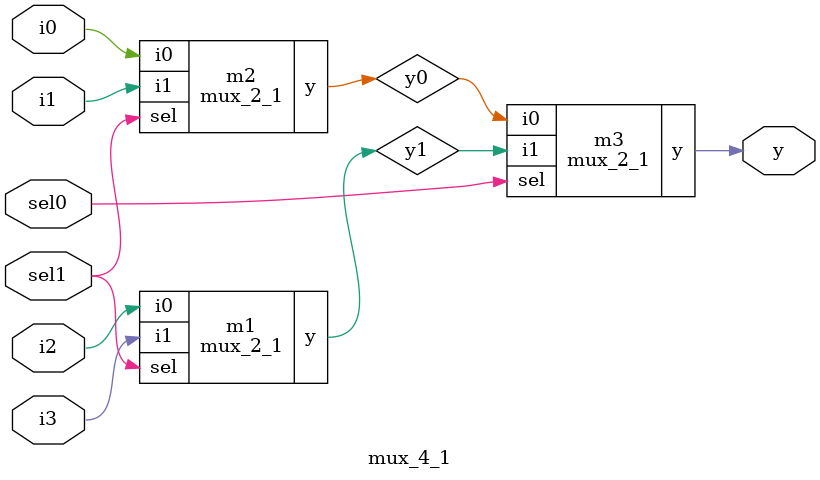
<source format=v>
module mux_2_1(
  input sel,
  input i0, i1,
  output y);
  
  assign y = sel ? i1 : i0;
endmodule

module mux_4_1(
  input sel0, sel1,
  input  i0,i1,i2,i3,
  output reg y);
  
  wire y0, y1;
  
  mux_2_1 m1(sel1, i2, i3, y1);
  mux_2_1 m2(sel1, i0, i1, y0);
  mux_2_1 m3(sel0, y0, y1, y);
endmodule

</source>
